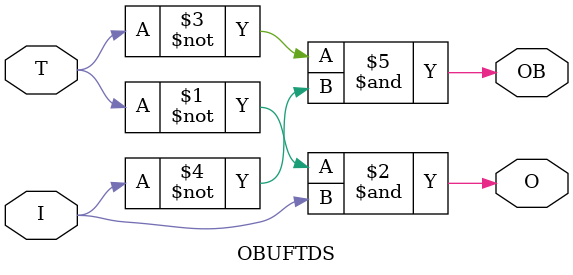
<source format=v>
module OBUFTDS(	// file.cleaned.mlir:2:3
  input  I,	// file.cleaned.mlir:2:25
         T,	// file.cleaned.mlir:2:37
  output O,	// file.cleaned.mlir:2:50
         OB	// file.cleaned.mlir:2:62
);

  assign O = ~T & I;	// file.cleaned.mlir:4:10, :5:10, :9:5
  assign OB = ~T & ~I;	// file.cleaned.mlir:4:10, :6:10, :8:10, :9:5
endmodule


</source>
